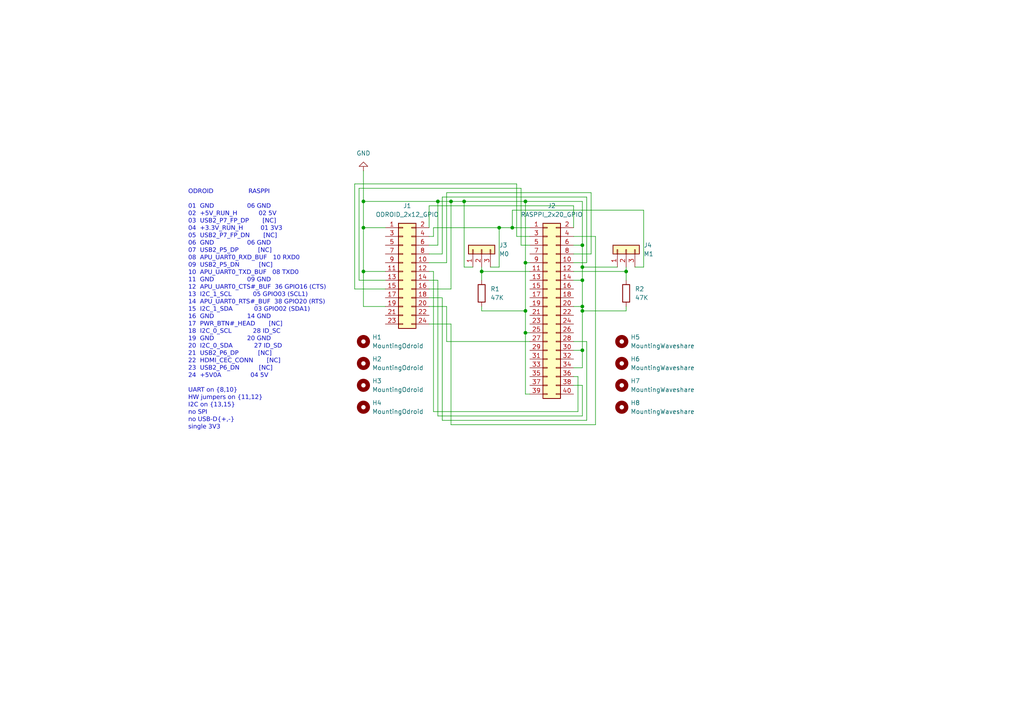
<source format=kicad_sch>
(kicad_sch (version 20250114) (generator "eeschema") (generator_version "9.0")
  (paper "A4")
  (lib_symbols
    (symbol "Connector_Generic:Conn_01x03" (pin_names (offset 1.016) (hide yes))
      (property "Reference" "J" (at 0 5.08 0))
      (property "Value" "Conn_01x03" (at 0 -5.08 0))
      (symbol "Conn_01x03_1_1"
        (rectangle (start -1.27 3.81) (end 1.27 -3.81) (stroke (width 0.254)) (fill (type background)))
        (rectangle (start -1.27 2.667) (end 0 2.413) (stroke (width 0.1524)))
        (rectangle (start -1.27 0.127) (end 0 -0.127) (stroke (width 0.1524)))
        (rectangle (start -1.27 -2.413) (end 0 -2.667) (stroke (width 0.1524)))
        (pin passive line (at -5.08 2.54 0) (length 3.81) (name "Pin_1") (number "1"))
        (pin passive line (at -5.08 0 0) (length 3.81) (name "Pin_2") (number "2"))
        (pin passive line (at -5.08 -2.54 0) (length 3.81) (name "Pin_3") (number "3"))
      )
    )
    (symbol "Connector_Generic:Conn_02x12_Odd_Even" (pin_names (offset 1.016) (hide yes))
      (property "Reference" "J" (at 1.27 15.24 0))
      (property "Value" "Conn_02x12_Odd_Even" (at 1.27 -17.78 0))
      (symbol "Conn_02x12_Odd_Even_1_1"
        (rectangle (start -1.27 13.97) (end 3.81 -16.51) (stroke (width 0.254)) (fill (type background)))
        (rectangle (start -1.27 12.827) (end 0 12.573) (stroke (width 0.1524)))
        (rectangle (start -1.27 10.287) (end 0 10.033) (stroke (width 0.1524)))
        (rectangle (start -1.27 7.747) (end 0 7.493) (stroke (width 0.1524)))
        (rectangle (start -1.27 5.207) (end 0 4.953) (stroke (width 0.1524)))
        (rectangle (start -1.27 2.667) (end 0 2.413) (stroke (width 0.1524)))
        (rectangle (start -1.27 0.127) (end 0 -0.127) (stroke (width 0.1524)))
        (rectangle (start -1.27 -2.413) (end 0 -2.667) (stroke (width 0.1524)))
        (rectangle (start -1.27 -4.953) (end 0 -5.207) (stroke (width 0.1524)))
        (rectangle (start -1.27 -7.493) (end 0 -7.747) (stroke (width 0.1524)))
        (rectangle (start -1.27 -10.033) (end 0 -10.287) (stroke (width 0.1524)))
        (rectangle (start -1.27 -12.573) (end 0 -12.827) (stroke (width 0.1524)))
        (rectangle (start -1.27 -15.113) (end 0 -15.367) (stroke (width 0.1524)))
        (rectangle (start 3.81 12.827) (end 2.54 12.573) (stroke (width 0.1524)))
        (rectangle (start 3.81 10.287) (end 2.54 10.033) (stroke (width 0.1524)))
        (rectangle (start 3.81 7.747) (end 2.54 7.493) (stroke (width 0.1524)))
        (rectangle (start 3.81 5.207) (end 2.54 4.953) (stroke (width 0.1524)))
        (rectangle (start 3.81 2.667) (end 2.54 2.413) (stroke (width 0.1524)))
        (rectangle (start 3.81 0.127) (end 2.54 -0.127) (stroke (width 0.1524)))
        (rectangle (start 3.81 -2.413) (end 2.54 -2.667) (stroke (width 0.1524)))
        (rectangle (start 3.81 -4.953) (end 2.54 -5.207) (stroke (width 0.1524)))
        (rectangle (start 3.81 -7.493) (end 2.54 -7.747) (stroke (width 0.1524)))
        (rectangle (start 3.81 -10.033) (end 2.54 -10.287) (stroke (width 0.1524)))
        (rectangle (start 3.81 -12.573) (end 2.54 -12.827) (stroke (width 0.1524)))
        (rectangle (start 3.81 -15.113) (end 2.54 -15.367) (stroke (width 0.1524)))
        (pin passive line (at -5.08 12.7 0) (length 3.81) (name "Pin_1") (number "1"))
        (pin passive line (at -5.08 10.16 0) (length 3.81) (name "Pin_3") (number "3"))
        (pin passive line (at -5.08 7.62 0) (length 3.81) (name "Pin_5") (number "5"))
        (pin passive line (at -5.08 5.08 0) (length 3.81) (name "Pin_7") (number "7"))
        (pin passive line (at -5.08 2.54 0) (length 3.81) (name "Pin_9") (number "9"))
        (pin passive line (at -5.08 0 0) (length 3.81) (name "Pin_11") (number "11"))
        (pin passive line (at -5.08 -2.54 0) (length 3.81) (name "Pin_13") (number "13"))
        (pin passive line (at -5.08 -5.08 0) (length 3.81) (name "Pin_15") (number "15"))
        (pin passive line (at -5.08 -7.62 0) (length 3.81) (name "Pin_17") (number "17"))
        (pin passive line (at -5.08 -10.16 0) (length 3.81) (name "Pin_19") (number "19"))
        (pin passive line (at -5.08 -12.7 0) (length 3.81) (name "Pin_21") (number "21"))
        (pin passive line (at -5.08 -15.24 0) (length 3.81) (name "Pin_23") (number "23"))
        (pin passive line (at 7.62 12.7 180) (length 3.81) (name "Pin_2") (number "2"))
        (pin passive line (at 7.62 10.16 180) (length 3.81) (name "Pin_4") (number "4"))
        (pin passive line (at 7.62 7.62 180) (length 3.81) (name "Pin_6") (number "6"))
        (pin passive line (at 7.62 5.08 180) (length 3.81) (name "Pin_8") (number "8"))
        (pin passive line (at 7.62 2.54 180) (length 3.81) (name "Pin_10") (number "10"))
        (pin passive line (at 7.62 0 180) (length 3.81) (name "Pin_12") (number "12"))
        (pin passive line (at 7.62 -2.54 180) (length 3.81) (name "Pin_14") (number "14"))
        (pin passive line (at 7.62 -5.08 180) (length 3.81) (name "Pin_16") (number "16"))
        (pin passive line (at 7.62 -7.62 180) (length 3.81) (name "Pin_18") (number "18"))
        (pin passive line (at 7.62 -10.16 180) (length 3.81) (name "Pin_20") (number "20"))
        (pin passive line (at 7.62 -12.7 180) (length 3.81) (name "Pin_22") (number "22"))
        (pin passive line (at 7.62 -15.24 180) (length 3.81) (name "Pin_24") (number "24"))
      )
    )
    (symbol "Connector_Generic:Conn_02x20_Odd_Even" (pin_names (offset 1.016) (hide yes))
      (property "Reference" "J" (at 1.27 25.4 0))
      (property "Value" "Conn_02x20_Odd_Even" (at 1.27 -27.94 0))
      (symbol "Conn_02x20_Odd_Even_1_1"
        (rectangle (start -1.27 24.13) (end 3.81 -26.67) (stroke (width 0.254)) (fill (type background)))
        (rectangle (start -1.27 22.987) (end 0 22.733) (stroke (width 0.1524)))
        (rectangle (start -1.27 20.447) (end 0 20.193) (stroke (width 0.1524)))
        (rectangle (start -1.27 17.907) (end 0 17.653) (stroke (width 0.1524)))
        (rectangle (start -1.27 15.367) (end 0 15.113) (stroke (width 0.1524)))
        (rectangle (start -1.27 12.827) (end 0 12.573) (stroke (width 0.1524)))
        (rectangle (start -1.27 10.287) (end 0 10.033) (stroke (width 0.1524)))
        (rectangle (start -1.27 7.747) (end 0 7.493) (stroke (width 0.1524)))
        (rectangle (start -1.27 5.207) (end 0 4.953) (stroke (width 0.1524)))
        (rectangle (start -1.27 2.667) (end 0 2.413) (stroke (width 0.1524)))
        (rectangle (start -1.27 0.127) (end 0 -0.127) (stroke (width 0.1524)))
        (rectangle (start -1.27 -2.413) (end 0 -2.667) (stroke (width 0.1524)))
        (rectangle (start -1.27 -4.953) (end 0 -5.207) (stroke (width 0.1524)))
        (rectangle (start -1.27 -7.493) (end 0 -7.747) (stroke (width 0.1524)))
        (rectangle (start -1.27 -10.033) (end 0 -10.287) (stroke (width 0.1524)))
        (rectangle (start -1.27 -12.573) (end 0 -12.827) (stroke (width 0.1524)))
        (rectangle (start -1.27 -15.113) (end 0 -15.367) (stroke (width 0.1524)))
        (rectangle (start -1.27 -17.653) (end 0 -17.907) (stroke (width 0.1524)))
        (rectangle (start -1.27 -20.193) (end 0 -20.447) (stroke (width 0.1524)))
        (rectangle (start -1.27 -22.733) (end 0 -22.987) (stroke (width 0.1524)))
        (rectangle (start -1.27 -25.273) (end 0 -25.527) (stroke (width 0.1524)))
        (rectangle (start 3.81 22.987) (end 2.54 22.733) (stroke (width 0.1524)))
        (rectangle (start 3.81 20.447) (end 2.54 20.193) (stroke (width 0.1524)))
        (rectangle (start 3.81 17.907) (end 2.54 17.653) (stroke (width 0.1524)))
        (rectangle (start 3.81 15.367) (end 2.54 15.113) (stroke (width 0.1524)))
        (rectangle (start 3.81 12.827) (end 2.54 12.573) (stroke (width 0.1524)))
        (rectangle (start 3.81 10.287) (end 2.54 10.033) (stroke (width 0.1524)))
        (rectangle (start 3.81 7.747) (end 2.54 7.493) (stroke (width 0.1524)))
        (rectangle (start 3.81 5.207) (end 2.54 4.953) (stroke (width 0.1524)))
        (rectangle (start 3.81 2.667) (end 2.54 2.413) (stroke (width 0.1524)))
        (rectangle (start 3.81 0.127) (end 2.54 -0.127) (stroke (width 0.1524)))
        (rectangle (start 3.81 -2.413) (end 2.54 -2.667) (stroke (width 0.1524)))
        (rectangle (start 3.81 -4.953) (end 2.54 -5.207) (stroke (width 0.1524)))
        (rectangle (start 3.81 -7.493) (end 2.54 -7.747) (stroke (width 0.1524)))
        (rectangle (start 3.81 -10.033) (end 2.54 -10.287) (stroke (width 0.1524)))
        (rectangle (start 3.81 -12.573) (end 2.54 -12.827) (stroke (width 0.1524)))
        (rectangle (start 3.81 -15.113) (end 2.54 -15.367) (stroke (width 0.1524)))
        (rectangle (start 3.81 -17.653) (end 2.54 -17.907) (stroke (width 0.1524)))
        (rectangle (start 3.81 -20.193) (end 2.54 -20.447) (stroke (width 0.1524)))
        (rectangle (start 3.81 -22.733) (end 2.54 -22.987) (stroke (width 0.1524)))
        (rectangle (start 3.81 -25.273) (end 2.54 -25.527) (stroke (width 0.1524)))
        (pin passive line (at -5.08 22.86 0) (length 3.81) (name "Pin_1") (number "1"))
        (pin passive line (at -5.08 20.32 0) (length 3.81) (name "Pin_3") (number "3"))
        (pin passive line (at -5.08 17.78 0) (length 3.81) (name "Pin_5") (number "5"))
        (pin passive line (at -5.08 15.24 0) (length 3.81) (name "Pin_7") (number "7"))
        (pin passive line (at -5.08 12.7 0) (length 3.81) (name "Pin_9") (number "9"))
        (pin passive line (at -5.08 10.16 0) (length 3.81) (name "Pin_11") (number "11"))
        (pin passive line (at -5.08 7.62 0) (length 3.81) (name "Pin_13") (number "13"))
        (pin passive line (at -5.08 5.08 0) (length 3.81) (name "Pin_15") (number "15"))
        (pin passive line (at -5.08 2.54 0) (length 3.81) (name "Pin_17") (number "17"))
        (pin passive line (at -5.08 0 0) (length 3.81) (name "Pin_19") (number "19"))
        (pin passive line (at -5.08 -2.54 0) (length 3.81) (name "Pin_21") (number "21"))
        (pin passive line (at -5.08 -5.08 0) (length 3.81) (name "Pin_23") (number "23"))
        (pin passive line (at -5.08 -7.62 0) (length 3.81) (name "Pin_25") (number "25"))
        (pin passive line (at -5.08 -10.16 0) (length 3.81) (name "Pin_27") (number "27"))
        (pin passive line (at -5.08 -12.7 0) (length 3.81) (name "Pin_29") (number "29"))
        (pin passive line (at -5.08 -15.24 0) (length 3.81) (name "Pin_31") (number "31"))
        (pin passive line (at -5.08 -17.78 0) (length 3.81) (name "Pin_33") (number "33"))
        (pin passive line (at -5.08 -20.32 0) (length 3.81) (name "Pin_35") (number "35"))
        (pin passive line (at -5.08 -22.86 0) (length 3.81) (name "Pin_37") (number "37"))
        (pin passive line (at -5.08 -25.4 0) (length 3.81) (name "Pin_39") (number "39"))
        (pin passive line (at 7.62 22.86 180) (length 3.81) (name "Pin_2") (number "2"))
        (pin passive line (at 7.62 20.32 180) (length 3.81) (name "Pin_4") (number "4"))
        (pin passive line (at 7.62 17.78 180) (length 3.81) (name "Pin_6") (number "6"))
        (pin passive line (at 7.62 15.24 180) (length 3.81) (name "Pin_8") (number "8"))
        (pin passive line (at 7.62 12.7 180) (length 3.81) (name "Pin_10") (number "10"))
        (pin passive line (at 7.62 10.16 180) (length 3.81) (name "Pin_12") (number "12"))
        (pin passive line (at 7.62 7.62 180) (length 3.81) (name "Pin_14") (number "14"))
        (pin passive line (at 7.62 5.08 180) (length 3.81) (name "Pin_16") (number "16"))
        (pin passive line (at 7.62 2.54 180) (length 3.81) (name "Pin_18") (number "18"))
        (pin passive line (at 7.62 0 180) (length 3.81) (name "Pin_20") (number "20"))
        (pin passive line (at 7.62 -2.54 180) (length 3.81) (name "Pin_22") (number "22"))
        (pin passive line (at 7.62 -5.08 180) (length 3.81) (name "Pin_24") (number "24"))
        (pin passive line (at 7.62 -7.62 180) (length 3.81) (name "Pin_26") (number "26"))
        (pin passive line (at 7.62 -10.16 180) (length 3.81) (name "Pin_28") (number "28"))
        (pin passive line (at 7.62 -12.7 180) (length 3.81) (name "Pin_30") (number "30"))
        (pin passive line (at 7.62 -15.24 180) (length 3.81) (name "Pin_32") (number "32"))
        (pin passive line (at 7.62 -17.78 180) (length 3.81) (name "Pin_34") (number "34"))
        (pin passive line (at 7.62 -20.32 180) (length 3.81) (name "Pin_36") (number "36"))
        (pin passive line (at 7.62 -22.86 180) (length 3.81) (name "Pin_38") (number "38"))
        (pin passive line (at 7.62 -25.4 180) (length 3.81) (name "Pin_40") (number "40"))
      )
    )
    (symbol "Device:R" (pin_numbers (hide yes)) (pin_names (offset 0))
      (property "Reference" "R" (at 2.032 0 90))
      (property "Value" "R" (at 0 0 90))
      (symbol "R_0_1"
        (rectangle (start -1.016 -2.54) (end 1.016 2.54) (stroke (width 0.254)))
      )
      (symbol "R_1_1"
        (pin passive line (at 0 3.81 270) (length 1.27) (name "~") (number "1"))
        (pin passive line (at 0 -3.81 90) (length 1.27) (name "~") (number "2"))
      )
    )
    (symbol "Mechanical:MountingHole" (pin_names (offset 1.016)) (in_bom no)
      (property "Reference" "H" (at 0 5.08 0))
      (property "Value" "MountingHole" (at 0 3.175 0))
      (symbol "MountingHole_0_1"
        (circle (center 0 0) (radius 1.27) (stroke (width 1.27)))
      )
    )
    (symbol "power:GND" (power) (pin_numbers (hide yes)) (pin_names (offset 0) (hide yes))
      (property "Value" "GND" (at 0 -3.81 0))
      (symbol "GND_0_1"
        (polyline (pts (xy 0 0) (xy 0 -1.27) (xy 1.27 -1.27) (xy 0 -2.54) (xy -1.27 -1.27) (xy 0 -1.27)))
      )
      (symbol "GND_1_1"
        (pin power_in line (at 0 0 270) (length 0) (name "~") (number "1"))
      )
    )
  )
  (text "ODROID                  RASPPI\n\n01  GND                 06 GND\n02  +5V_RUN_H           02 5V      \n03  USB2_P7_FP_DP       [NC]          \n04  +3.3V_RUN_H         01 3V3        \n05  USB2_P7_FP_DN       [NC]          \n06  GND                 06 GND\n07  USB2_P5_DP          [NC]       \n08  APU_UART0_RXD_BUF   10 RXD0                 \n09  USB2_P5_DN          [NC]       \n10  APU_UART0_TXD_BUF   08 TXD0              \n11  GND                 09 GND\n12  APU_UART0_CTS#_BUF  36 GPIO16 (CTS)               \n13  I2C_1_SCL           05 GPIO03 (SCL1)      \n14  APU_UART0_RTS#_BUF  38 GPIO20 (RTS)               \n15  I2C_1_SDA           03 GPIO02 (SDA1)      \n16  GND                 14 GND\n17  PWR_BTN#_HEAD       [NC]\n18  I2C_0_SCL           28 ID_SC      \n19  GND                 20 GND\n20  I2C_0_SDA           27 ID_SD      \n21  USB2_P6_DP          [NC]       \n22  HDMI_CEC_CONN       [NC]\n23  USB2_P6_DN          [NC]       \n24  +5V0A               04 5V  \n\nUART on {8,10}\nHW jumpers on {11,12}\nI2C on {13,15}\nno SPI\nno USB-D{+,-}\nsingle 3V3" (at 54.61 90.17 0) (effects (font (size 1.27 1.27)) (justify left)))
  (junction (at 152.4 96.52))
  (junction (at 152.4 90.17))
  (junction (at 127 58.42))
  (junction (at 139.7 78.74))
  (junction (at 152.4 58.42))
  (junction (at 105.41 66.04))
  (junction (at 134.62 58.42))
  (junction (at 168.91 88.9))
  (junction (at 168.91 101.6))
  (junction (at 148.59 66.04))
  (junction (at 168.91 90.17))
  (junction (at 130.81 58.42))
  (junction (at 105.41 58.42))
  (junction (at 181.61 78.74))
  (junction (at 105.41 78.74))
  (junction (at 152.4 76.2))
  (junction (at 168.91 71.12))
  (junction (at 168.91 77.47))
  (junction (at 168.91 81.28))
  (junction (at 144.78 66.04))
  (wire (pts (xy 153.67 114.3) (xy 152.4 114.3)))
  (wire (pts (xy 149.86 53.34) (xy 149.86 68.58)))
  (wire (pts (xy 170.18 99.06) (xy 166.37 99.06)))
  (wire (pts (xy 124.46 71.12) (xy 127 71.12)))
  (wire (pts (xy 168.91 88.9) (xy 168.91 81.28)))
  (wire (pts (xy 168.91 101.6) (xy 168.91 90.17)))
  (wire (pts (xy 149.86 68.58) (xy 153.67 68.58)))
  (wire (pts (xy 130.81 123.19) (xy 172.72 123.19)))
  (wire (pts (xy 130.81 93.98) (xy 130.81 123.19)))
  (wire (pts (xy 125.73 78.74) (xy 125.73 119.38)))
  (wire (pts (xy 111.76 81.28) (xy 104.14 81.28)))
  (wire (pts (xy 129.54 99.06) (xy 153.67 99.06)))
  (wire (pts (xy 152.4 58.42) (xy 168.91 58.42)))
  (wire (pts (xy 130.81 83.82) (xy 130.81 58.42)))
  (wire (pts (xy 186.69 60.96) (xy 148.59 60.96)))
  (wire (pts (xy 124.46 93.98) (xy 130.81 93.98)))
  (wire (pts (xy 181.61 78.74) (xy 181.61 81.28)))
  (wire (pts (xy 127 120.65) (xy 168.91 120.65)))
  (wire (pts (xy 170.18 57.15) (xy 170.18 76.2)))
  (wire (pts (xy 124.46 73.66) (xy 128.27 73.66)))
  (wire (pts (xy 167.64 109.22) (xy 166.37 109.22)))
  (wire (pts (xy 127 58.42) (xy 127 71.12)))
  (wire (pts (xy 105.41 58.42) (xy 127 58.42)))
  (wire (pts (xy 111.76 78.74) (xy 105.41 78.74)))
  (wire (pts (xy 139.7 78.74) (xy 139.7 81.28)))
  (wire (pts (xy 167.64 119.38) (xy 167.64 109.22)))
  (wire (pts (xy 168.91 81.28) (xy 168.91 77.47)))
  (wire (pts (xy 124.46 78.74) (xy 125.73 78.74)))
  (wire (pts (xy 128.27 57.15) (xy 170.18 57.15)))
  (wire (pts (xy 144.78 66.04) (xy 148.59 66.04)))
  (wire (pts (xy 129.54 88.9) (xy 129.54 99.06)))
  (wire (pts (xy 152.4 76.2) (xy 152.4 90.17)))
  (wire (pts (xy 168.91 77.47) (xy 168.91 71.12)))
  (wire (pts (xy 125.73 119.38) (xy 167.64 119.38)))
  (wire (pts (xy 124.46 83.82) (xy 130.81 83.82)))
  (wire (pts (xy 125.73 68.58) (xy 125.73 66.04)))
  (wire (pts (xy 102.87 53.34) (xy 149.86 53.34)))
  (wire (pts (xy 171.45 55.88) (xy 171.45 73.66)))
  (wire (pts (xy 124.46 76.2) (xy 129.54 76.2)))
  (wire (pts (xy 166.37 76.2) (xy 170.18 76.2)))
  (wire (pts (xy 166.37 106.68) (xy 168.91 106.68)))
  (wire (pts (xy 151.13 71.12) (xy 153.67 71.12)))
  (wire (pts (xy 105.41 88.9) (xy 105.41 78.74)))
  (wire (pts (xy 130.81 58.42) (xy 134.62 58.42)))
  (wire (pts (xy 144.78 77.47) (xy 144.78 66.04)))
  (wire (pts (xy 148.59 66.04) (xy 153.67 66.04)))
  (wire (pts (xy 139.7 88.9) (xy 139.7 90.17)))
  (wire (pts (xy 168.91 90.17) (xy 168.91 88.9)))
  (wire (pts (xy 134.62 58.42) (xy 134.62 77.47)))
  (wire (pts (xy 111.76 83.82) (xy 102.87 83.82)))
  (wire (pts (xy 124.46 86.36) (xy 128.27 86.36)))
  (wire (pts (xy 166.37 81.28) (xy 168.91 81.28)))
  (wire (pts (xy 151.13 54.61) (xy 151.13 71.12)))
  (wire (pts (xy 129.54 55.88) (xy 171.45 55.88)))
  (wire (pts (xy 153.67 78.74) (xy 139.7 78.74)))
  (wire (pts (xy 142.24 77.47) (xy 144.78 77.47)))
  (wire (pts (xy 124.46 59.69) (xy 166.37 59.69)))
  (wire (pts (xy 139.7 78.74) (xy 139.7 77.47)))
  (wire (pts (xy 166.37 101.6) (xy 168.91 101.6)))
  (wire (pts (xy 124.46 68.58) (xy 125.73 68.58)))
  (wire (pts (xy 124.46 66.04) (xy 124.46 59.69)))
  (wire (pts (xy 124.46 81.28) (xy 127 81.28)))
  (wire (pts (xy 166.37 71.12) (xy 168.91 71.12)))
  (wire (pts (xy 111.76 66.04) (xy 105.41 66.04)))
  (wire (pts (xy 171.45 73.66) (xy 166.37 73.66)))
  (wire (pts (xy 170.18 121.92) (xy 170.18 99.06)))
  (wire (pts (xy 153.67 96.52) (xy 152.4 96.52)))
  (wire (pts (xy 102.87 83.82) (xy 102.87 53.34)))
  (wire (pts (xy 186.69 77.47) (xy 186.69 60.96)))
  (wire (pts (xy 172.72 68.58) (xy 166.37 68.58)))
  (wire (pts (xy 128.27 121.92) (xy 170.18 121.92)))
  (wire (pts (xy 168.91 120.65) (xy 168.91 111.76)))
  (wire (pts (xy 181.61 88.9) (xy 181.61 90.17)))
  (wire (pts (xy 181.61 77.47) (xy 181.61 78.74)))
  (wire (pts (xy 127 81.28) (xy 127 120.65)))
  (wire (pts (xy 168.91 77.47) (xy 179.07 77.47)))
  (wire (pts (xy 137.16 77.47) (xy 134.62 77.47)))
  (wire (pts (xy 125.73 66.04) (xy 144.78 66.04)))
  (wire (pts (xy 181.61 90.17) (xy 168.91 90.17)))
  (wire (pts (xy 166.37 59.69) (xy 166.37 66.04)))
  (wire (pts (xy 104.14 81.28) (xy 104.14 54.61)))
  (wire (pts (xy 152.4 96.52) (xy 152.4 114.3)))
  (wire (pts (xy 184.15 77.47) (xy 186.69 77.47)))
  (wire (pts (xy 168.91 111.76) (xy 166.37 111.76)))
  (wire (pts (xy 153.67 76.2) (xy 152.4 76.2)))
  (wire (pts (xy 124.46 88.9) (xy 129.54 88.9)))
  (wire (pts (xy 148.59 60.96) (xy 148.59 66.04)))
  (wire (pts (xy 128.27 86.36) (xy 128.27 121.92)))
  (wire (pts (xy 181.61 78.74) (xy 166.37 78.74)))
  (wire (pts (xy 152.4 58.42) (xy 152.4 76.2)))
  (wire (pts (xy 134.62 58.42) (xy 152.4 58.42)))
  (wire (pts (xy 139.7 90.17) (xy 152.4 90.17)))
  (wire (pts (xy 105.41 66.04) (xy 105.41 58.42)))
  (wire (pts (xy 111.76 88.9) (xy 105.41 88.9)))
  (wire (pts (xy 168.91 58.42) (xy 168.91 71.12)))
  (wire (pts (xy 166.37 88.9) (xy 168.91 88.9)))
  (wire (pts (xy 105.41 78.74) (xy 105.41 66.04)))
  (wire (pts (xy 105.41 49.53) (xy 105.41 58.42)))
  (wire (pts (xy 172.72 123.19) (xy 172.72 68.58)))
  (wire (pts (xy 127 58.42) (xy 130.81 58.42)))
  (wire (pts (xy 152.4 90.17) (xy 152.4 96.52)))
  (wire (pts (xy 104.14 54.61) (xy 151.13 54.61)))
  (wire (pts (xy 168.91 106.68) (xy 168.91 101.6)))
  (wire (pts (xy 128.27 73.66) (xy 128.27 57.15)))
  (wire (pts (xy 129.54 76.2) (xy 129.54 55.88)))
  (symbol (lib_id "Device:R") (at 139.7 85.09 0) (unit 1)
    (property "Reference" "R1" (at 142.24 83.8199 0) (effects (justify left)))
    (property "Value" "47K" (at 142.24 86.3599 0) (effects (justify left)))
    (property "Footprint" "Resistor_SMD:R_1206_3216Metric" (effects (hide yes)))
    (property "Description" "Resistor" (effects (hide yes)))
  )
  (symbol (lib_id "Mechanical:MountingHole") (at 180.34 105.41 0) (unit 1) (in_bom no)
    (property "Reference" "H6" (at 182.88 104.1399 0) (effects (justify left)))
    (property "Value" "MountingWaveshare" (at 182.88 106.6799 0) (effects (justify left)))
    (property "Footprint" "MountingHole:MountingHole_3.5mm_Pad" (effects (hide yes)))
    (property "Description" "Mounting Hole without connection" (effects (hide yes)))
  )
  (symbol (lib_id "Device:R") (at 181.61 85.09 0) (unit 1)
    (property "Reference" "R2" (at 184.15 83.8199 0) (effects (justify left)))
    (property "Value" "47K" (at 184.15 86.3599 0) (effects (justify left)))
    (property "Footprint" "Resistor_SMD:R_1206_3216Metric" (effects (hide yes)))
    (property "Description" "Resistor" (effects (hide yes)))
  )
  (symbol (lib_id "Connector_Generic:Conn_01x03") (at 139.7 72.39 90) (unit 1)
    (property "Reference" "J3" (at 144.78 71.1199 90) (effects (justify right)))
    (property "Value" "M0" (at 144.78 73.6599 90) (effects (justify right)))
    (property "Footprint" "Connector_PinHeader_2.54mm:PinHeader_1x03_P2.54mm_Vertical" (effects (hide yes)))
    (property "Description" "Generic connector, single row, 01x03, script generated (kicad-library-utils/schlib/autogen/connector/)" (effects (hide yes)))
  )
  (symbol (lib_id "Mechanical:MountingHole") (at 105.41 105.41 0) (unit 1) (in_bom no)
    (property "Reference" "H2" (at 107.95 104.1399 0) (effects (justify left)))
    (property "Value" "MountingOdroid" (at 107.95 106.6799 0) (effects (justify left)))
    (property "Footprint" "MountingHole:MountingHole_3.5mm_Pad" (effects (hide yes)))
    (property "Description" "Mounting Hole without connection" (effects (hide yes)))
  )
  (symbol (lib_id "Mechanical:MountingHole") (at 105.41 99.06 0) (unit 1) (in_bom no)
    (property "Reference" "H1" (at 107.95 97.7899 0) (effects (justify left)))
    (property "Value" "MountingOdroid" (at 107.95 100.3299 0) (effects (justify left)))
    (property "Footprint" "MountingHole:MountingHole_3.5mm_Pad" (effects (hide yes)))
    (property "Description" "Mounting Hole without connection" (effects (hide yes)))
  )
  (symbol (lib_id "Mechanical:MountingHole") (at 180.34 111.76 0) (unit 1) (in_bom no)
    (property "Reference" "H7" (at 182.88 110.4899 0) (effects (justify left)))
    (property "Value" "MountingWaveshare" (at 182.88 113.0299 0) (effects (justify left)))
    (property "Footprint" "MountingHole:MountingHole_3.5mm_Pad" (effects (hide yes)))
    (property "Description" "Mounting Hole without connection" (effects (hide yes)))
  )
  (symbol (lib_id "Mechanical:MountingHole") (at 105.41 111.76 0) (unit 1) (in_bom no)
    (property "Reference" "H3" (at 107.95 110.4899 0) (effects (justify left)))
    (property "Value" "MountingOdroid" (at 107.95 113.0299 0) (effects (justify left)))
    (property "Footprint" "MountingHole:MountingHole_3.5mm_Pad" (effects (hide yes)))
    (property "Description" "Mounting Hole without connection" (effects (hide yes)))
  )
  (symbol (lib_id "Mechanical:MountingHole") (at 180.34 99.06 0) (unit 1) (in_bom no)
    (property "Reference" "H5" (at 182.88 97.7899 0) (effects (justify left)))
    (property "Value" "MountingWaveshare" (at 182.88 100.3299 0) (effects (justify left)))
    (property "Footprint" "MountingHole:MountingHole_3.5mm_Pad" (effects (hide yes)))
    (property "Description" "Mounting Hole without connection" (effects (hide yes)))
  )
  (symbol (lib_id "Connector_Generic:Conn_01x03") (at 181.61 72.39 90) (unit 1)
    (property "Reference" "J4" (at 186.69 71.1199 90) (effects (justify right)))
    (property "Value" "M1" (at 186.69 73.6599 90) (effects (justify right)))
    (property "Footprint" "Connector_PinHeader_2.54mm:PinHeader_1x03_P2.54mm_Vertical" (effects (hide yes)))
    (property "Description" "Generic connector, single row, 01x03, script generated (kicad-library-utils/schlib/autogen/connector/)" (effects (hide yes)))
  )
  (symbol (lib_id "Mechanical:MountingHole") (at 180.34 118.11 0) (unit 1) (in_bom no)
    (property "Reference" "H8" (at 182.88 116.8399 0) (effects (justify left)))
    (property "Value" "MountingWaveshare" (at 182.88 119.3799 0) (effects (justify left)))
    (property "Footprint" "MountingHole:MountingHole_3.5mm_Pad" (effects (hide yes)))
    (property "Description" "Mounting Hole without connection" (effects (hide yes)))
  )
  (symbol (lib_id "Connector_Generic:Conn_02x20_Odd_Even") (at 158.75 88.9 0) (unit 1)
    (property "Reference" "J2" (at 160.02 59.69 0))
    (property "Value" "RASPPI_2x20_GPIO" (at 160.02 62.23 0))
    (property "Footprint" "Connector_PinHeader_2.54mm:PinHeader_2x20_P2.54mm_Vertical" (effects (hide yes)))
    (property "Description" "Generic connector, double row, 02x20, odd/even pin numbering scheme (row 1 odd numbers, row 2 even numbers), script generated (kicad-library-utils/schlib/autogen/connector/)" (effects (hide yes)))
  )
  (symbol (lib_id "Mechanical:MountingHole") (at 105.41 118.11 0) (unit 1) (in_bom no)
    (property "Reference" "H4" (at 107.95 116.8399 0) (effects (justify left)))
    (property "Value" "MountingOdroid" (at 107.95 119.3799 0) (effects (justify left)))
    (property "Footprint" "MountingHole:MountingHole_3.5mm_Pad" (effects (hide yes)))
    (property "Description" "Mounting Hole without connection" (effects (hide yes)))
  )
  (symbol (lib_id "power:GND") (at 105.41 49.53 180) (unit 1)
    (property "Reference" "#PWR01" (effects (hide yes)))
    (property "Value" "GND" (at 105.41 44.45 0))
    (property "Description" "Power symbol creates a global label with name \"GND\" , ground" (effects (hide yes)))
  )
  (symbol (lib_id "Connector_Generic:Conn_02x12_Odd_Even") (at 116.84 78.74 0) (unit 1)
    (property "Reference" "J1" (at 118.11 59.69 0))
    (property "Value" "ODROID_2x12_GPIO" (at 118.11 62.23 0))
    (property "Footprint" "Connector_PinHeader_2.54mm:PinHeader_2x12_P2.54mm_Vertical" (effects (hide yes)))
    (property "Description" "Generic connector, double row, 02x12, odd/even pin numbering scheme (row 1 odd numbers, row 2 even numbers), script generated (kicad-library-utils/schlib/autogen/connector/)" (effects (hide yes)))
  )
)
</source>
